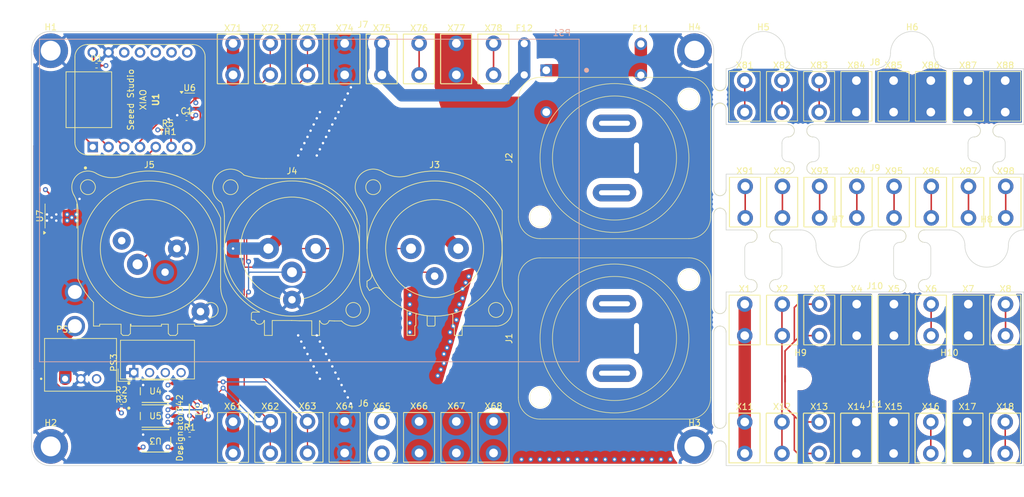
<source format=kicad_pcb>
(kicad_pcb (version 20240108) (generator "pcbnew") (generator_version "8.0")
  (title_block (comment 4 "AISLER Project ID: JFZEHCMX"))
  (layers (0 "F.Cu" signal) (1 "In1.Cu" signal) (2 "In2.Cu" signal) (31 "B.Cu" signal) (34 "B.Paste" user) (35 "F.Paste" user) (36 "B.SilkS" user "B.Silkscreen") (37 "F.SilkS" user "F.Silkscreen") (38 "B.Mask" user) (39 "F.Mask" user) (44 "Edge.Cuts" user))
  (net 0 "")
  (net 1 "5V")
  (net 2 "GND")
  (net 3 "GND_Iso")
  (net 4 "VCC_Iso")
  (net 5 "LED_DATA_50")
  (net 6 "L-switched")
  (net 7 "3V3")
  (net 8 "DMX_RX")
  (net 9 "DMX_TX")
  (net 10 "LED_DATA_33")
  (net 11 "Net-(D1-K)")
  (net 12 "L")
  (net 13 "N")
  (net 14 "12V")
  (net 15 "N-switched")
  (net 16 "DMX-")
  (net 17 "DMX+")
  (net 18 "DMX_DRIVE")
  (net 19 "Net-(U4-CAT)")
  (net 20 "N-Connection-Termination")
  (net 21 "L-Connection-Termination")
  (net 22 "N-Connection-Bridge")
  (net 23 "L-Connection-Bridge")
  (net 24 "GND-Connection-Bridge")
  (net 25 "GND-Connection-In-Termination")
  (net 26 "GND-Connection-Out-Termination")
  (net 27 "LED-Current-Sensor")
  (net 28 "Temperature Sensor")
  (net 29 "L-Fused")
  (net 30 "Net-(U3-CAT)")
  (net 31 "Net-(U2-R)")
  (net 32 "Net-(U5-AN)")
  (net 38 "Net-(U2-DE)")
  (net 39 "Net-(U2-D)")
  (net 41 "unconnected-(X81-Pad1)_1")
  (net 42 "unconnected-(X82-Pad1)_1")
  (net 43 "unconnected-(X83-Pad1)_1")
  (net 44 "LED-GND")
  (net 45 "unconnected-(X16-Pad1)_1")
  (net 46 "unconnected-(X18-Pad1)")
  (net 47 "unconnected-(X76-Pad1)_1")
  (net 48 "unconnected-(X78-Pad1)_1")
  (net 49 "unconnected-(X91-Pad1)_1")
  (net 50 "unconnected-(X92-Pad1)_1")
  (net 51 "unconnected-(X93-Pad1)_1")
  (net 52 "unconnected-(X95-Pad1)")
  (net 53 "unconnected-(X96-Pad1)_1")
  (net 54 "unconnected-(X97-Pad1)_1")
  (net 55 "unconnected-(X98-Pad1)")
  (net 56 "Net-(X1-Pad1)")
  (net 57 "Net-(X12-Pad1)")
  (net 58 "Net-(X13-Pad1)")
  (net 59 "unconnected-(X6-Pad1)_1")
  (net 60 "unconnected-(X8-Pad1)_1")
  (footprint "Custom_Connector_Faston:Faston_01x01_pin" (layer "F.Cu") (at 170 120.5)
    (property "Reference" "X11")
    (property "Value" "1217861-1" (hide yes))
  )
  (footprint "Custom_Connector_Faston:Faston_01x01_pin" (layer "F.Cu") (at 212 120.5)
    (property "Reference" "X18")
    (property "Value" "1217861-1" (hide yes))
  )
  (footprint "Custom_Connector_Faston:Faston_01x01_socket" (layer "F.Cu") (at 99.5 120.42)
    (property "Reference" "X63")
    (property "Value" "63994-1" (hide yes))
  )
  (footprint "Panelization:mouse-bite-2mm-slot" (layer "F.Cu") (at 166 82.46 90)
    (property "Reference" "H15" (hide yes))
    (property "Value" "MountingHole" (hide yes))
  )
  (footprint "Connector_Audio:Jack_XLR_Neutrik_NC3MAV_Vertical" (layer "F.Cu") (at 93.19 90)
    (property "Reference" "J4")
    (property "Value" "NC3MAV")
  )
  (footprint "Custom_Connector_Faston:Faston_01x01_pin" (layer "F.Cu") (at 205.9 120.5)
    (property "Reference" "X17")
    (property "Value" "1217861-1" (hide yes))
  )
  (footprint "Package_SO:SOIC-8_3.9x4.9mm_P1.27mm" (layer "F.Cu") (at 59.75 84.75 90)
    (property "Reference" "U7")
    (property "Value" "NSM2012")
  )
  (footprint "Custom_Connector_Faston:Faston_01x01_pin" (layer "F.Cu") (at 188.075 82.515)
    (property "Reference" "X94")
    (property "Value" "1217861-1" (hide yes))
  )
  (footprint "Custom_Connector_Faston:Faston_01x01_pin" (layer "F.Cu") (at 188.05 101.5)
    (property "Reference" "X4")
    (property "Value" "1217861-1" (hide yes))
  )
  (footprint "Custom_Connector_Faston:Faston_01x08_pin" (layer "F.Cu") (at 190.925 120.585)
    (property "Reference" "J11")
    (property "Value" "~")
  )
  (footprint "Custom_Connector_Faston:Faston_01x01_pin" (layer "F.Cu") (at 212.05 101.5)
    (property "Reference" "X8")
    (property "Value" "1217861-1" (hide yes))
  )
  (footprint "Custom_Connector_Faston:Faston_01x01_pin" (layer "F.Cu") (at 206 65.46)
    (property "Reference" "X87")
    (property "Value" "1217861-1" (hide yes))
  )
  (footprint "MountingHole:MountingHole_3.2mm_M3_DIN965_Pad" (layer "F.Cu") (at 58.1 58.1)
    (property "Reference" "H1")
    (property "Value" "MountingHole_Pad")
  )
  (footprint "Custom_Connector_Faston:Faston_01x01_pin" (layer "F.Cu") (at 206.075 82.515)
    (property "Reference" "X97")
    (property "Value" "1217861-1" (hide yes))
  )
  (footprint "Custom_Connector_Faston:Faston_01x01_pin" (layer "F.Cu") (at 176 65.46)
    (property "Reference" "X82")
    (property "Value" "1217861-1" (hide yes))
  )
  (footprint "Custom_Connector_Faston:Faston_01x01_socket" (layer "F.Cu") (at 117.5 59.46)
    (property "Reference" "X76")
    (property "Value" "63994-1" (hide yes))
  )
  (footprint "Connector_Audio:Jack_XLR_Neutrik_NC4FAV_Vertical" (layer "F.Cu") (at 78.45 90)
    (property "Reference" "J5")
    (property "Value" "NC4FAV")
  )
  (footprint "Custom_Connector_Faston:Faston_01x01_pin" (layer "F.Cu") (at 194 120.5)
    (property "Reference" "X15")
    (property "Value" "1217861-1" (hide yes))
  )
  (footprint "Custom_Connector_Faston:Faston_01x01_pin" (layer "F.Cu") (at 212.075 82.515)
    (property "Reference" "X98")
    (property "Value" "1217861-1" (hide yes))
  )
  (footprint "Custom_TI:DGS0010A_N" (layer "F.Cu") (at 82 116 90)
    (property "Reference" "U2")
    (property "Value" "THVD1512DGS")
  )
  (footprint "Custom_Connector_Faston:Faston_01x01_socket" (layer "F.Cu") (at 93.5 120.46)
    (property "Reference" "X62")
    (property "Value" "63994-1" (hide yes))
  )
  (footprint "Custom_Connector_Faston:Faston_01x01_socket" (layer "F.Cu") (at 111.5 59.46)
    (property "Reference" "X75")
    (property "Value" "63994-1" (hide yes))
  )
  (footprint "Custom_Connector_Faston:Faston_01x08_pin" (layer "F.Cu") (at 191 65.46)
    (property "Reference" "J8")
    (property "Value" "~")
  )
  (footprint "Custom_Connector_Faston:Faston_01x01_pin" (layer "F.Cu") (at 212 65.46)
    (property "Reference" "X88")
    (property "Value" "1217861-1" (hide yes))
  )
  (footprint "MountingHole:MountingHole_3.2mm_M3" (layer "F.Cu") (at 203 111)
    (property "Reference" "H10")
    (property "Value" "MountingHole")
  )
  (footprint "Custom_Connector_Faston:Faston_01x01_pin" (layer "F.Cu") (at 200.05 101.5)
    (property "Reference" "X6")
    (property "Value" "1217861-1" (hide yes))
  )
  (footprint "Package_TO_SOT_SMD:SOT-23-5" (layer "F.Cu") (at 80.5 66.5)
    (property "Reference" "U6")
    (property "Value" "SN74LV1T34DBV")
  )
  (footprint "Panelization:mouse-bite-2mm-slot" (layer "F.Cu") (at 209 77)
    (property "Reference" "H20" (hide yes))
    (property "Value" "MountingHole" (hide yes))
  )
  (footprint "Custom_Connector_Faston:Faston_01x08_pin" (layer "F.Cu") (at 191 82.5)
    (property "Reference" "J9")
    (property "Value" "~")
  )
  (footprint "Custom_Connector_Faston:Faston_01x01_socket" (layer "F.Cu") (at 123.5 59.46)
    (property "Reference" "X77")
    (property "Value" "63994-1" (hide yes))
  )
  (footprint "MountingHole:MountingHole_3.2mm_M3" (layer "F.Cu") (at 197 58.5)
    (property "Reference" "H6")
    (property "Value" "MountingHole")
  )
  (footprint "Custom_Connector_Faston:Faston_01x01_pin" (layer "F.Cu") (at 188 65.46)
    (property "Reference" "X84")
    (property "Value" "1217861-1" (hide yes))
  )
  (footprint "Custom_Connector_Faston:Faston_01x01_pin" (layer "F.Cu") (at 206.05 101.5)
    (property "Reference" "X7")
    (property "Value" "1217861-1" (hide yes))
  )
  (footprint "Custom_Connector_Faston:Faston_01x01_pin" (layer "F.Cu") (at 194.05 101.5)
    (property "Reference" "X5")
    (property "Value" "1217861-1" (hide yes))
  )
  (footprint "Resistor_SMD:R_0402_1005Metric" (layer "F.Cu") (at 76.99 71)
    (property "Reference" "R5")
    (property "Value" "10kR")
  )
  (footprint "Custom_Connector_Faston:Faston_01x08_socket" (layer "F.Cu") (at 108 120.46)
    (property "Reference" "J6")
    (property "Value" "~")
  )
  (footprint "Custom_Connector_Faston:Faston_01x01_socket" (layer "F.Cu") (at 105.5 59.46)
    (property "Reference" "X74")
    (property "Value" "63994-1" (hide yes))
  )
  (footprint "Resistor_SMD:R_0402_1005Metric" (layer "F.Cu") (at 80.5 120)
    (property "Reference" "R1")
    (property "Value" "330R")
  )
  (footprint "MountingHole:MountingHole_3.2mm_M3" (layer "F.Cu") (at 209 89.5)
    (property "Reference" "H8")
    (property "Value" "MountingHole")
  )
  (footprint "Custom_Connector_Faston:Faston_01x01_socket" (layer "F.Cu") (at 123.5 120.42)
    (property "Reference" "X67")
    (property "Value" "63994-1" (hide yes))
  )
  (footprint "Custom_Connector_Faston:Faston_01x01_pin" (layer "F.Cu") (at 194 65.46)
    (property "Reference" "X85")
    (property "Value" "1217861-1" (hide yes))
  )
  (footprint "Resistor_SMD:R_0402_1005Metric" (layer "F.Cu") (at 65.49 60.5)
    (property "Reference" "D1")
    (property "Value" "D")
  )
  (footprint "Custom_Recom:CONV_R-78E5.0-0.5" (layer "F.Cu") (at 62.96 108.75)
    (property "Reference" "PS2")
    (property "Value" "R-78E5.0-0.5")
  )
  (footprint "Panelization:mouse-bite-2mm-slot" (layer "F.Cu") (at 173 96)
    (property "Reference" "H17" (hide yes))
    (property "Value" "MountingHole" (hide yes))
  )
  (footprint "Custom_Connector_Faston:Faston_01x08_pin" (layer "F.Cu") (at 190.975 101.535)
    (property "Reference" "J10")
    (property "Value" "~")
  )
  (footprint "Custom_Connector_Faston:Faston_01x01_socket" (layer "F.Cu") (at 99.5 59.46)
    (property "Reference" "X73")
    (property "Value" "63994-1" (hide yes))
  )
  (footprint "MountingHole:MountingHole_3.2mm_M3_DIN965_Pad" (layer "F.Cu") (at 58.1 121.9)
    (property "Reference" "H2")
    (property "Value" "MountingHole_Pad")
  )
  (footprint "Panelization:mouse-bite-2mm-slot" (layer "F.Cu") (at 209 71)
    (property "Reference" "H19" (hide yes))
    (property "Value" "MountingHole" (hide yes))
  )
  (footprint "Capacitor_SMD:C_0402_1005Metric_Pad0.74x0.62mm_HandSolder" (layer "F.Cu") (at 80 69)
    (property "Reference" "C1")
    (property "Value" "100nF")
  )
  (footprint "Custom_Connector_Faston:Faston_01x01_pin" (layer "F.Cu") (at 182 65.46)
    (property "Reference" "X83")
    (property "Value" "1217861-1" (hide yes))
  )
  (footprint "Custom_Connector_Faston:Faston_01x01_pin" (layer "F.Cu") (at 200.075 82.515)
    (property "Reference" "X96")
    (property "Value" "1217861-1" (hide yes))
  )
  (footprint "Resistor_SMD:R_0402_1005Metric" (layer "F.Cu") (at 77 70 180)
    (property "Reference" "TH1")
    (property "Value" "Thermistor_PTC")
  )
  (footprint "Panelization:mouse-bite-2mm-slot" (layer "F.Cu") (at 179 71)
    (property "Reference" "H21" (hide yes))
    (property "Value" "MountingHole" (hide yes))
  )
  (footprint "Custom_Connector_Faston:Faston_01x01_pin" (layer "F.Cu") (at 182.075 82.515)
    (property "Reference" "X93")
    (property "Value" "1217861-1" (hide yes))
  )
  (footprint "Custom_Neutrik:NAC3MPXXA" (layer "F.Cu") (at 149 104.5 90)
    (property "Reference" "J1")
    (property "Value" "NAC3MPXXA")
  )
  (footprint "Custom_Connector_Faston:Faston_01x01_socket" (layer "F.Cu") (at 93.5 59.46)
    (property "Reference" "X72")
    (property "Value" "63994-1" (hide yes))
  )
  (footprint "Custom_Connector_Faston:Faston_01x01_pin" (layer "F.Cu") (at 200 120.5)
    (property "Reference" "X16")
    (property "Value" "1217861-1" (hide yes))
  )
  (footprint "Custom_TI:ISOM8710" (layer "F.Cu") (at 75 121 180)
    (property "Reference" "U3")
    (property "Value" "ISOM8710DFFR")
  )
  (footprint "Custom_Connector_Faston:Faston_01x01_socket" (layer "F.Cu") (at 129.5 59.46)
    (property "Reference" "X78")
    (property "Value" "63994-1" (hide yes))
  )
  (footprint "MountingHole:MountingHole_3.2mm_M3_DIN965_Pad" (layer "F.Cu") (at 161.9 58.1)
    (property "Reference" "H4")
    (property "Value" "MountingHole_Pad")
  )
  (footprint "Converter_DCDC:Converter_DCDC_TRACO_TEA1-xxxx_THT" (layer "F.Cu") (at 71.5 110 90)
    (property "Reference" "PS3")
    (property "Value" "TEA1-0505")
  )
  (footprint "Resistor_SMD:R_0402_1005Metric" (layer "F.Cu") (at 69.5 114)
    (property "Reference" "R2")
    (property "Value" "169R")
  )
  (footprint "Custom_Littlefuse:fuseholder_111_501_Part2" (layer "F.Cu") (at 134.45 59.475)
    (property "Reference" "F12")
    (property "Value" "01110501Z" (hide yes))
  )
  (footprint "Panelization:mouse-bite-2mm-slot" (layer "F.Cu") (at 197 88)
    (property "Reference" "H11" (hide yes))
    (property "Value" "MountingHole" (hide yes))
  )
  (footprint "Panelization:mouse-bite-2mm-slot" (layer "F.Cu") (at 166 65.58 90)
    (property "Reference" "H14" (hide yes))
    (property "Value" "MountingHole" (hide yes))
  )
  (footprint "Custom_Connector_Faston:Faston_01x01_pin" (layer "F.Cu") (at 176.05 101.5)
    (property "Reference" "X2")
    (property "Value" "1217861-1" (hide yes))
  )
  (footprint "Custom_Connector_Faston:Faston_01x01_pin" (layer "F.Cu") (at 182.05 101.5)
    (property "Reference" "X3")
    (property "Value" "1217861-1" (hide yes))
  )
  (footprint "Custom_Littlefuse:fuseholder_111_501_Part1" (layer "F.Cu") (at 153.25 59.525)
    (property "Reference" "F11")
    (property "Value" "01110501Z" (hide yes))
  )
  (footprint "Custom_TI:ISOM8710" (layer "F.Cu") (at 75 117)
    (property "Reference" "U5")
    (property "Value" "ISOM8710DFFR")
  )
  (footprint "Resistor_SMD:R_0402_1005Metric" (layer "F.Cu") (at 69.5 115.5)
    (property "Reference" "R3")
    (property "Value" "169R")
  )
  (footprint "MountingHole:MountingHole_3.2mm_M3" (layer "F.Cu") (at 179 111)
    (property "Reference" "H9")
    (property "Value" "MountingHole")
  )
  (footprint "Custom_Connector_Faston:Faston_01x01_socket" (layer "F.Cu") (at 87.5 120.46)
    (property "Reference" "X61")
    (property "Value" "63994-1" (hide yes))
  )
  (footprint "Custom_Connector_Faston:Faston_01x01_pin" (layer "F.Cu") (at 188 120.5)
    (property "Reference" "X14")
    (property "Value" "1217861-1" (hide yes))
  )
  (footprint "MountingHole:MountingHole_3.2mm_M3_DIN965_Pad" (layer "F.Cu") (at 161.9 121.9)
    (property "Reference" "H3")
    (property "Value" "MountingHole_Pad")
  )
  (footprint "Panelization:mouse-bite-2mm-slot" (layer "F.Cu") (at 166 101.5 90)
    (property "Reference" "H13" (hide yes))
    (property "Value" "MountingHole" (hide yes))
  )
  (footprint "Custom_Connector_Faston:Faston_01x01_pin" (layer "F.Cu") (at 170 65.46)
    (property "Reference" "X81")
    (property "Value" "1217861-1" (hide yes))
  )
  (footprint "Panelization:mouse-bite-2mm-slot" (layer "F.Cu") (at 179 77)
    (property "Reference" "H22" (hide yes))
    (property "Value" "MountingHole" (hide yes))
  )
  (footprint "Custom_Connector_Faston:Faston_01x01_pin" (layer "F.Cu") (at 176 120.5)
    (property "Reference" "X12")
    (property "Value" "1217861-1" (hide yes))
  )
  (footprint "Custom_Connector_Faston:Faston_01x01_pin" (layer "F.Cu") (at 200 65.46)
    (property "Reference" "X86")
    (property "Value" "1217861-1" (hide yes))
  )
  (footprint "Custom_Connector_Faston:Faston_01x01_socket" (layer "F.Cu") (at 129.5 120.42)
    (property "Reference" "X68")
    (property "Value" "63994-1" (hide yes))
  )
  (footprint "Custom_Connector_Faston:Faston_01x01_pin" (layer "F.Cu") (at 182 120.5)
    (property "Reference" "X13")
    (property "Value" "1217861-1" (hide yes))
  )
  (footprint "Connector_Audio:Jack_XLR_Neutrik_NC3FAV_Vertical" (layer "F.Cu") (at 123.81 90)
    (property "Reference" "J3")
    (property "Value" "NC3FAV")
  )
  (footprint "Custom_Connector_Faston:Faston_01x01_pin" (layer "F.Cu") (at 170.075 82.515)
    (property "Reference" "X91")
    (property "Value" "1217861-1" (hide yes))
  )
  (footprint "Custom_Connector_Faston:Faston_01x01_socket" (layer "F.Cu") (at 105.5 120.42)
    (property "Reference" "X64")
    (property "Value" "63994-1" (hide yes))
  )
  (footprint "Custom_Connector_Faston:Faston_01x01_socket" (layer "F.Cu") (at 87.5 59.46)
    (property "Reference" "X71")
    (property "Value" "63994-1" (hide yes))
  )
  (footprint "Custom_Connector_Faston:Faston_01x01_pin" (layer "F.Cu") (at 176.075 82.515)
    (property "Reference" "X92")
    (property "Value" "1217861-1" (hide yes))
  )
  (footprint "Panelization:mouse-bite-2mm-slot" (layer "F.Cu") (at 173 88)
    (property "Reference" "H16" (hide yes))
    (property "Value" "MountingHole" (hide yes))
  )
  (footprint "Panelization:mouse-bite-2mm-slot" (layer "F.Cu") (at 197 96)
    (property "Reference" "H12" (hide yes))
    (property "Value" "MountingHole" (hide yes))
  )
  (footprint "Custom_Neutrik:NAC3MPXXB" (layer "F.Cu") (at 149 75.4 90)
    (property "Reference" "J2")
    (property "Value" "NAC3MPXXB")
  )
  (footprint "MountingHole:MountingHole_3.2mm_M3" (layer "F.Cu") (at 185 89.5)
    (property "Reference" "H7")
    (property "Value" "MountingHole")
  )
  (footprint "Custom_Connector_Faston:Faston_01x08_socket" (layer "F.Cu") (at 107.925 59.395)
    (property "Reference" "J7")
    (property "Value" "~")
  )
  (footprint "Custom_Connector_Faston:Faston_01x01_pin" (layer "F.Cu") (at 170 101.5)
    (property "Reference" "X1")
    (property "Value" "1217861-1" (hide yes))
  )
  (footprint "Panelization:mouse-bite-2mm-slot" (layer "F.Cu") (at 166 120 90)
    (property "Reference" "H18" (hide yes))
    (property "Value" "MountingHole" (hide yes))
  )
  (footprint "Custom_Connector_Faston:Faston_01x01_socket" (layer "F.Cu") (at 111.5 120.46)
    (property "Reference" "X65")
    (property "Value" "63994-1" (hide yes))
  )
  (footprint "Custom_Connector_Faston:Faston_01x01_socket" (layer "F.Cu") (at 117.5 120.42)
    (property "Reference" "X66")
    (property "Value" "63994-1" (hide yes))
  )
  (footprint "Seeed Studio XIAO Series Library:XIAO-Generic-Thruhole-14P-2.54-21X17.8MM" (layer "F.Cu") (at 72.5 66 90)
    (property "Reference" "U1")
    (property "Value" "XIAO ESP32 C3" (hide yes))
  )
  (footprint "Custom_Connector_Faston:Faston_01x01_pin" (layer "F.Cu") (at 194.075 82.515)
    (property "Reference" "X95")
    (property "Value" "1217861-1" (hide yes))
  )
  (footprint "MountingHole:MountingHole_3.2mm_M3" (layer "F.Cu") (at 173 58.5)
    (property "Reference" "H5")
    (property "Value" "MountingHole")
  )
  (footprint "Custom_TI:ISOM8710" (layer "F.Cu") (at 75 113)
    (property "Reference" "U4")
    (property "Value" "ISOM8710DFFR")
  )
  (footprint "Custom_Meanwell:CONV_IRM-45-12" (layer "B.Cu") (at 99.8 82.25 180)
    (property "Reference" "PS1")
    (property "Value" "IRM-45-12")
  )
  (gr_line (start 215 125) (end 167 125) (stroke (width 0.1)) (layer "Edge.Cuts"))
  (gr_line (start 167 87) (end 171 87) (stroke (width 0.1)) (layer "Edge.Cuts"))
  (gr_line (start 215 61) (end 215 70) (stroke (width 0.1)) (layer "Edge.Cuts"))
  (gr_line (start 167 125) (end 167 122) (stroke (width 0.1)) (layer "Edge.Cuts"))
  (gr_arc (start 211 78) (mid 210 77) (end 211 76) (stroke (width 0.1)) (layer "Edge.Cuts"))
  (gr_arc (start 171 87) (mid 172 88) (end 171 89) (stroke (width 0.1)) (layer "Edge.Cuts"))
  (gr_line (start 207 70) (end 181 70) (stroke (width 0.1)) (layer "Edge.Cuts"))
  (gr_arc (start 171 95) (mid 172 96) (end 171 97) (stroke (width 0.1)) (layer "Edge.Cuts"))
  (gr_line (start 55 58) (end 55 122) (stroke (width 0.1)) (layer "Edge.Cuts"))
  (gr_arc (start 167 80.5) (mid 166 81.5) (end 165 80.5) (stroke (width 0.1)) (layer "Edge.Cuts"))
  (gr_arc (start 181 72) (mid 181.707107 72.292893) (end 182 73) (stroke (width 0.1)) (layer "Edge.Cuts"))
  (gr_line (start 176 73) (end 176 75) (stroke (width 0.1)) (layer "Edge.Cuts"))
  (gr_arc (start 195 95) (mid 196 96) (end 195 97) (stroke (width 0.1)) (layer "Edge.Cuts"))
  (gr_arc (start 176 94) (mid 175.707107 94.707107) (end 175 95) (stroke (width 0.1)) (layer "Edge.Cuts"))
  (gr_arc (start 188.5 89.5) (mid 189.232233 87.732233) (end 191 87) (stroke (width 0.1)) (layer "Edge.Cuts"))
  (gr_line (start 199 97) (end 215 97) (stroke (width 0.1)) (layer "Edge.Cuts"))
  (gr_line (start 165 118) (end 165 103.5) (stroke (width 0.1)) (layer "Edge.Cuts"))
  (gr_arc (start 177 76) (mid 176.292893 75.707107) (end 176 75) (stroke (width 0.1)) (layer "Edge.Cuts"))
  (gr_arc (start 207 70) (mid 208 71) (end 207 72) (stroke (width 0.1)) (layer "Edge.Cuts"))
  (gr_arc (start 175 89) (mid 175.707107 89.292893) (end 176 90) (stroke (width 0.1)) (layer "Edge.Cuts"))
  (gr_arc (start 212 75) (mid 211.707107 75.707107) (end 211 76) (stroke (width 0.1)) (layer "Edge.Cuts"))
  (gr_line (start 167 70) (end 167 67.5) (stroke (width 0.1)) (layer "Edge.Cuts"))
  (gr_arc (start 55 58) (mid 55.87868 55.87868) (end 58 55) (stroke (width 0.1)) (layer "Edge.Cuts"))
  (gr_arc (start 175 89) (mid 174 88) (end 175 87) (stroke (width 0.1)) (layer "Edge.Cuts"))
  (gr_line (start 167 63.5) (end 167 61) (stroke (width 0.1)) (layer "Edge.Cuts"))
  (gr_line (start 177 70) (end 167 70) (stroke (width 0.1)) (layer "Edge.Cuts"))
  (gr_arc (start 200 94) (mid 199.707107 94.707107) (end 199 95) (stroke (width 0.1)) (layer "Edge.Cuts"))
  (gr_arc (start 199 97) (mid 198 96) (end 199 95) (stroke (width 0.1)) (layer "Edge.Cuts"))
  (gr_arc (start 203 87) (mid 204.767767 87.732233) (end 205.5 89.5) (stroke (width 0.1)) (layer "Edge.Cuts"))
  (gr_line (start 58 125) (end 162 125) (stroke (width 0.1)) (layer "Edge.Cuts"))
  (gr_arc (start 167 118) (mid 166 119) (end 165 118) (stroke (width 0.1)) (layer "Edge.Cuts"))
  (gr_line (start 215 70) (end 211 70) (stroke (width 0.1)) (layer "Edge.Cuts"))
  (gr_arc (start 169.5 58.5) (mid 173 55) (end 176.5 58.5) (stroke (width 0.1)) (layer "Edge.Cuts"))
  (gr_arc (start 188.5 89.5) (mid 185 93) (end 181.5 89.5) (stroke (width 0.1)) (layer "Edge.Cuts"))
  (gr_arc (start 193.5 58.5) (mid 192.767767 60.267767) (end 191 61) (stroke (width 0.1)) (layer "Edge.Cuts"))
  (gr_arc (start 171 95) (mid 170.292893 94.707107) (end 170 94) (stroke (width 0.1)) (layer "Edge.Cuts"))
  (gr_arc (start 165 67.5) (mid 166 66.5) (end 167 67.5) (stroke (width 0.1)) (layer "Edge.Cuts"))
  (gr_line (start 215 87) (end 215 78) (stroke (width 0.1)) (layer "Edge.Cuts"))
  (gr_line (start 167 78) (end 167 80.5) (stroke (width 0.1)) (layer "Edge.Cuts"))
  (gr_arc (start 165 103.5) (mid 166 102.5) (end 167 103.5) (stroke (width 0.1)) (layer "Edge.Cuts"))
  (gr_arc (start 203 61) (mid 201.232233 60.267767) (end 200.5 58.5) (stroke (width 0.1)) (layer "Edge.Cuts"))
  (gr_arc (start 182 75) (mid 181.707107 75.707107) (end 181 76) (stroke (width 0.1)) (layer "Edge.Cuts"))
  (gr_arc (start 195 87) (mid 196 88) (end 195 89) (stroke (width 0.1)) (layer "Edge.Cuts"))
  (gr_arc (start 177 76) (mid 178 77) (end 177 78) (stroke (width 0.1)) (layer "Edge.Cuts"))
  (gr_line (start 175 87) (end 179 87) (stroke (width 0.1)) (layer "Edge.Cuts"))
  (gr_arc (start 162 55) (mid 164.12132 55.87868) (end 165 58) (stroke (width 0.1)) (layer "Edge.Cuts"))
  (gr_line (start 165 99.5) (end 165 84.5) (stroke (width 0.1)) (layer "Edge.Cuts"))
  (gr_arc (start 211 72) (mid 211.707107 72.292893) (end 212 73) (stroke (width 0.1)) (layer "Edge.Cuts"))
  (gr_line (start 167 99.5) (end 167 97) (stroke (width 0.1)) (layer "Edge.Cuts"))
  (gr_line (start 162 55) (end 58 55) (stroke (width 0.1)) (layer "Edge.Cuts"))
  (gr_line (start 176 90) (end 176 94) (stroke (width 0.1)) (layer "Edge.Cuts"))
  (gr_arc (start 199 89) (mid 198 88) (end 199 87) (stroke (width 0.1)) (layer "Edge.Cuts"))
  (gr_arc (start 165 84.5) (mid 166 83.5) (end 167 84.5) (stroke (width 0.1)) (layer "Edge.Cuts"))
  (gr_line (start 212 73) (end 212 75) (stroke (width 0.1)) (layer "Edge.Cuts"))
  (gr_arc (start 181 78) (mid 180 77) (end 181 76) (stroke (width 0.1)) (layer "Edge.Cuts"))
  (gr_line (start 203 87) (end 199 87) (stroke (width 0.1)) (layer "Edge.Cuts"))
  (gr_line (start 175 97) (end 195 97) (stroke (width 0.1)) (layer "Edge.Cuts"))
  (gr_line (start 165 80.5) (end 165 67.5) (stroke (width 0.1)) (layer "Edge.Cuts"))
  (gr_line (start 167 84.5) (end 167 87) (stroke (width 0.1)) (layer "Edge.Cuts"))
  (gr_arc (start 165 122) (mid 164.12132 124.12132) (end 162 125) (stroke (width 0.1)) (layer "Edge.Cuts"))
  (gr_line (start 215 78) (end 211 78) (stroke (width 0.1)) (layer "Edge.Cuts"))
  (gr_arc (start 165 122) (mid 166 121) (end 167 122) (stroke (width 0.1)) (layer "Edge.Cuts"))
  (gr_arc (start 194 90) (mid 194.292893 89.292893) (end 195 89) (stroke (width 0.1)) (layer "Edge.Cuts"))
  (gr_line (start 207 78) (end 181 78) (stroke (width 0.1)) (layer "Edge.Cuts"))
  (gr_arc (start 177 70) (mid 178 71) (end 177 72) (stroke (width 0.1)) (layer "Edge.Cuts"))
  (gr_line (start 194 90) (end 194 94) (stroke (width 0.1)) (layer "Edge.Cuts"))
  (gr_line (start 215 97) (end 215 125) (stroke (width 0.1)) (layer "Edge.Cuts"))
  (gr_line (start 182 73) (end 182 75) (stroke (width 0.1)) (layer "Edge.Cuts"))
  (gr_arc (start 206 73) (mid 206.292893 72.292893) (end 207 72) (stroke (width 0.1)) (layer "Edge.Cuts"))
  (gr_line (start 179 61) (end 191 61) (stroke (width 0.1)) (layer "Edge.Cuts"))
  (gr_arc (start 195 95) (mid 194.292893 94.707107) (end 194 94) (stroke (width 0.1)) (layer "Edge.Cuts"))
  (gr_arc (start 193.5 58.5) (mid 197 55) (end 200.5 58.5) (stroke (width 0.1)) (layer "Edge.Cuts"))
  (gr_arc (start 169.5 58.5) (mid 168.767767 60.267767) (end 167 61) (stroke (width 0.1)) (layer "Edge.Cuts"))
  (gr_line (start 165 63.5) (end 165 58) (stroke (width 0.1)) (layer "Edge.Cuts"))
  (gr_line (start 167 97) (end 171 97) (stroke (width 0.1)) (layer "Edge.Cuts"))
  (gr_arc (start 58 125) (mid 55.87868 124.12132) (end 55 122) (stroke (width 0.1)) (layer "Edge.Cuts"))
  (gr_arc (start 179 87) (mid 180.767767 87.732233) (end 181.5 89.5) (stroke (width 0.1)) (layer "Edge.Cuts"))
  (gr_line (start 170 90) (end 170 94) (stroke (width 0.1)) (layer "Edge.Cuts"))
  (gr_arc (start 167 99.5) (mid 166 100.5) (end 165 99.5) (stroke (width 0.1)) (layer "Edge.Cuts"))
  (gr_arc (start 207 76) (mid 208 77) (end 207 78) (stroke (width 0.1)) (layer "Edge.Cuts"))
  (gr_arc (start 167 63.5) (mid 166 64.5) (end 165 63.5) (stroke (width 0.1)) (layer "Edge.Cuts"))
  (gr_arc (start 212.5 89.5) (mid 213.232233 87.732233) (end 215 87) (stroke (width 0.1)) (layer "Edge.Cuts"))
  (gr_arc (start 176 73) (mid 176.292893 72.292893) (end 177 72) (stroke (width 0.1)) (layer "Edge.Cuts"))
  (gr_arc (start 181 72) (mid 180 71) (end 181 70) (stroke (width 0.1)) (layer "Edge.Cuts"))
  (gr_line (start 206 73) (end 206 75) (stroke (width 0.1)) (layer "Edge.Cuts"))
  (gr_line (start 200 90) (end 200 94) (stroke (width 0.1)) (layer "Edge.Cuts"))
  (gr_line (start 195 87) (end 191 87) (stroke (width 0.1)) (layer "Edge.Cuts"))
  (gr_arc (start 199 89) (mid 199.707107 89.292893) (end 200 90) (stroke (width 0.1)) (layer "Edge.Cuts"))
  (gr_arc (start 207 76) (mid 206.292893 75.707107) (end 206 75) (stroke (width 0.1)) (layer "Edge.Cuts"))
  (gr_arc (start 170 90) (mid 170.292893 89.292893) (end 171 89) (stroke (width 0.1)) (layer "Edge.Cuts"))
  (gr_line (start 203 61) (end 215 61) (stroke (width 0.1)) (layer "Edge.Cuts"))
  (gr_arc (start 211 72) (mid 210 71) (end 211 70) (stroke (width 0.1)) (layer "Edge.Cuts"))
  (gr_line (start 167 118) (end 167 103.5) (stroke (width 0.1)) (layer "Edge.Cuts"))
  (gr_arc (start 179 61) (mid 177.232233 60.267767) (end 176.5 58.5) (stroke (width 0.1)) (layer "Edge.Cuts"))
  (gr_arc (start 212.5 89.5) (mid 209 93) (end 205.5 89.5) (stroke (width 0.1)) (layer "Edge.Cuts"))
  (gr_line (start 177 78) (end 167 78) (stroke (width 0.1)) (layer "Edge.Cuts"))
  (gr_arc (start 175 97) (mid 174 96) (end 175 95) (stroke (width 0.1)) (layer "Edge.Cuts"))
  (segment (start 81.5 65.6875) (end 81.6375 65.55) (width 0.25) (layer "F.Cu") (net 1))
  (segment (start 75.362299 70.862299) (end 76.342299 70.862299) (width 0.25) (layer "F.Cu") (net 1))
  (segment (start 57.845 81.095) (end 57.25 80.5) (width 0.25) (layer "F.Cu") (net 1))
  (segment (start 80.48 69) (end 81 69) (width 0.25) (layer "F.Cu") (net 1))
  (segment (start 80.48 69) (end 80.48 66.7075) (width 0.25) (layer "F.Cu") (net 1))
  (segment (start 81.5 66.5) (end 81.5 65.6875) (width 0.25) (layer "F.Cu") (net 1))
  (segment (start 66 60.5) (end 67 60.5) (width 0.25) (layer "F.Cu") (net 1))
  (segment (start 81 69) (end 81.5 68.5) (width 0.25) (layer "F.Cu") (net 1))
  (segment (start 80.48 66.7075) (end 81.6375 65.55) (width 0.25) (layer "F.Cu") (net 1))
  (segment (start 76.342299 70.862299) (end 76.48 71) (width 0.25) (layer "F.Cu") (net 1))
  (segment (start 57.845 82.275) (end 57.845 81.095) (width 0.25) (layer "F.Cu") (net 1))
  (via (at 75.362299 70.862299) (size 0.8) (drill 0.4) (layers "F.Cu" "B.Cu") (net 1))
  (via (at 67 60.5) (size 0.8) (drill 0.4) (layers "F.Cu" "B.Cu") (net 1))
  (via (at 57.25 80.5) (size 0.8) (drill 0.4) (layers "F.Cu" "B.Cu") (net 1))
  (via (at 81.5 68.5) (size 0.8) (drill 0.4) (layers "F.Cu" "B.Cu") (net 1))
  (via (at 81.5 66.5) (size 0.8) (drill 0.4) (layers "F.Cu" "B.Cu") (net 1))
  (segment (start 72.73 111.73) (end 73 112) (width 0.25) (layer "F.Cu") (net 2))
  (segment (start 79 69) (end 78.5 68.5) (width 0.25) (layer "F.Cu") (net 2))
  (segment (start 71.850001 111.73) (end 72.73 111.73) (width 0.25) (layer "F.Cu") (net 2))
  (segment (start 79.52 69) (end 79 69) (width 0.25) (layer "F.Cu") (net 2))
  (segment (start 60.385 82.275) (end 61.655 82.275) (width 0.25) (layer "F.Cu") (net 2))
  (segment (start 76.65 69.574598) (end 76.65 70) (width 0.25) (layer "F.Cu") (net 2))
  (segment (start 71.850001 119.73) (end 72.73 119.73) (width 0.25) (layer "F.Cu") (net 2))
  (segment (start 61.655 82.275) (end 62.475 82.275) (width 0.25) (layer "F.Cu") (net 2))
  (segment (start 72.73 119.73) (end 73 120) (width 0.25) (layer "F.Cu") (net 2))
  (segment (start 62.475 82.275) (end 62.75 82) (width 0.25) (layer "F.Cu") (net 2))
  (segment (start 77.112299 69.112299) (end 76.65 69.574598) (width 0.25) (layer "F.Cu") (net 2))
  (segment (start 79.52 69) (end 79.52 67.6075) (width 0.25) (layer "F.Cu") (net 2))
  (via (at 102 106) (size 0.8) (drill 0.4) (layers "F.Cu" "B.Cu") (net 2))
  (via (at 100 71) (size 0.8) (drill 0.4) (layers "F.Cu" "B.Cu") (net 2))
  (via (at 106.5 64) (size 0.8) (drill 0.4) (layers "F.Cu" "B.Cu") (net 2))
  (via (at 99.5 107) (size 0.8) (drill 0.4) (layers "F.Cu" "B.Cu") (net 2))
  (via (at 62.75 82) (size 0.8) (drill 0.4) (layers "F.Cu" "B.Cu") (net 2))
  (via (at 104.5 68) (size 0.8) (drill 0.4) (layers "F.Cu" "B.Cu") (net 2))
  (via (at 103.5 70) (size 0.8) (drill 0.4) (layers "F.Cu" "B.Cu") (net 2))
  (via (at 106.5 115) (size 0.8) (drill 0.4) (layers "F.Cu" "B.Cu") (net 2))
  (via (at 73 112) (size 0.8) (drill 0.4) (layers "F.Cu" "B.Cu") (net 2))
  (via (at 106 65) (size 0.8) (drill 0.4) (layers "F.Cu" "B.Cu") (net 2))
  (via (at 98 104) (size 0.8) (drill 0.4) (layers "F.Cu" "B.Cu") (net 2))
  (via (at 100.5 109) (size 0.8) (drill 0.4) (layers "F.Cu" "B.Cu") (net 2))
  (via (at 105 112) (size 0.8) (drill 0.4) (layers "F.Cu" "B.Cu") (net 2))
  (via (at 77.112299 69.112299) (size 0.8) (drill 0.4) (layers "F.Cu" "B.Cu") (net 2))
  (via (at 99 106) (size 0.8) (drill 0.4) (layers "F.Cu" "B.Cu") (net 2))
  (via (at 59 85.5) (size 0.8) (drill 0.4) (layers "F.Cu" "B.Cu") (net 2))
  (via (at 101.5 74) (size 0.8) (drill 0.4) (layers "F.Cu" "B.Cu") (net 2))
  (via (at 59 84.5) (size 0.8) (drill 0.4) (layers "F.Cu" "B.Cu") (net 2))
  (via (at 78.5 68.5) (size 0.8) (drill 0.4) (layers "F.Cu" "B.Cu") (net 2))
  (via (at 103 108) (size 0.8) (drill 0.4) (layers "F.Cu" "B.Cu") (net 2))
  (via (at 98.5 74) (size 0.8) (drill 0.4) (layers "F.Cu" "B.Cu") (net 2))
  (via (at 57.5 84.5) (size 0.8) (drill 0.4) (layers "F.Cu" "B.Cu") (net 2))
  (via (at 57.5 85.5) (size 0.8) (drill 0.4) (layers "F.Cu" "B.Cu") (net 2))
  (via (at 98 75) (size 0.8) (drill 0.4) (layers "F.Cu" "B.Cu") (net 2))
  (via (at 104 69) (size 0.8) (drill 0.4) (layers "F.Cu" "B.Cu") (net 2))
  (via (at 102.5 107) (size 0.8) (drill 0.4) (layers "F.Cu" "B.Cu") (net 2))
  (via (at 100.5 70) (size 0.8) (drill 0.4) (layers "F.Cu" "B.Cu") (net 2))
  (via (at 101 104) (size 0.8) (drill 0.4) (layers "F.Cu" "B.Cu") (net 2))
  (via (at 101.5 105) (size 0.8) (drill 0.4) (layers "F.Cu" "B.Cu") (net 2))
  (via (at 105.5 66) (size 0.8) (drill 0.4) (layers "F.Cu" "B.Cu") (net 2))
  (via (at 101 75) (size 0.8) (drill 0.4) (layers "F.Cu" "B.Cu") (net 2))
  (via (at 104 110) (size 0.8) (drill 0.4) (layers "F.Cu" "B.Cu") (net 2))
  (via (at 101.5 68) (size 0.8) (drill 0.4) (layers "F.Cu" "B.Cu") (net 2))
  (via (at 103.5 109) (size 0.8) (drill 0.4) (layers "F.Cu" "B.Cu") (net 2))
  (via (at 99.5 72) (size 0.8) (drill 0.4) (layers "F.Cu" "B.Cu") (net 2))
  (via (at 101 110) (size 0.8) (drill 0.4) (layers "F.Cu" "B.Cu") (net 2))
  (via (at 104.5 111) (size 0.8) (drill 0.4) (layers "F.Cu" "B.Cu") (net 2))
  (via (at 105 67) (size 0.8) (drill 0.4) (layers "F.Cu" "B.Cu") (net 2))
  (via (at 73 120) (size 0.8) (drill 0.4) (layers "F.Cu" "B.Cu") (net 2))
  (via (at 99 73) (size 0.8) (drill 0.4) (layers "F.Cu" "B.Cu") (net 2))
  (via (at 105.5 113) (size 0.8) (drill 0.4) (layers "F.Cu" "B.Cu") (net 2))
  (via (at 102.5 72) (size 0.8) (drill 0.4) (layers "F.Cu" "B.Cu") (net 2))
  (via (at 103 71) (size 0.8) (drill 0.4) (layers "F.Cu" "B.Cu") (net 2))
  (via (at 101 69) (size 0.8) (drill 0.4) (layers "F.Cu" "B.Cu") (net 2))
  (via (at 106 114) (size 0.8) (drill 0.4) (layers "F.Cu" "B.Cu") (net 2))
  (via (at 100 108) (size 0.8) (drill 0.4) (layers "F.Cu" "B.Cu") (net 2))
  (via (at 102 73) (size 0.8) (drill 0.4) (layers "F.Cu" "B.Cu") (net 2))
  (via (at 101.5 111) (size 0.8) (drill 0.4) (layers "F.Cu" "B.Cu") (net 2))
  (via (at 58.25 85) (size 0.8) (drill 0.4) (layers "F.Cu" "B.Cu") (net 2))
  (via (at 98.5 105) (size 0.8) (drill 0.4) (layers "F.Cu" "B.Cu") (net 2))
  (segment (start 93.189986 90) (end 97.585232 85.604754) (width 2) (layer "F.Cu") (net 3))
  (segment (start 77.27 114.27) (end 77 114) (width 0.25) (layer "F.Cu") (net 3))
  (segment (start 83.000001 117.499999) (end 83.5 117) (width 0.25) (layer "F.Cu") (net 3))
  (segment (start 97.585232 85.604754) (end 119.314754 85.604754) (width 2) (layer "F.Cu") (net 3))
  (segment (start 78.149999 114.27) (end 77.27 114.27) (width 0.25) (layer "F.Cu") (net 3))
  (segment (start 83.000001 118.224999) (end 83.000001 117.499999) (width 0.25) (layer "F.Cu") (net 3))
  (segment (start 87.5 62.04) (end 87.5 57.5) (width 2) (layer "F.Cu") (net 3))
  (segment (start 87.5 117.96) (end 87.5 90) (width 2) (layer "F.Cu") (net 3))
  (segment (start 80.92226 116.950509) (end 80.5 116.950509) (width 0.25) (layer "F.Cu") (net 3))
  (segment (start 81.499998 118.224999) (end 81.499998 117.528247) (width 0.25) (layer "F.Cu") (net 3))
  (segment (start 87.5 117.96) (end 87.5 122.5) (width 2) (layer "F.Cu") (net 3))
  (segment (start 81.499998 117.528247) (end 80.92226 116.950509) (width 0.25) (layer "F.Cu") (net 3))
  (segment (start 77.27 118.27) (end 77 118) (width 0.25) (layer "F.Cu") (net 3))
  (segment (start 78.149999 118.27) (end 77.27 118.27) (width 0.25) (layer "F.Cu") (net 3))
  (segment (start 119.314754 85.604754) (end 123.81 90.1) (width 2) (layer "F.Cu") (net 3))
  (segment (start 87.5 90) (end 87.5 62.04) (width 2) (layer "F.Cu") (net 3))
  (via (at 80.5 116.950509) (size 0.8) (drill 0.4) (layers "F.Cu" "B.Cu") (net 3))
  (via (at 77 114) (size 0.8) (drill 0.4) (layers "F.Cu" "B.Cu") (net 3))
  (via (at 87.5 90) (size 0.8) (drill 0.4) (layers "F.Cu" "B.Cu") (net 3))
  (via (at 77 118) (size 0.8) (drill 0.4) (layers "F.Cu" "B.Cu") (net 3))
  (via (at 83.5 117) (size 0.8) (drill 0.4) (layers "F.Cu" "B.Cu") (net 3))
  (segment (start 93.189986 90) (end 87.5 90) (width 2) (layer "B.Cu") (net 3))
  (segment (start 77.27 122.27) (end 77 122) (width 0.25) (layer "F.Cu") (net 4))
  (segment (start 78.149999 122.27) (end 77.27 122.27) (width 0.25) (layer "F.Cu") (net 4))
  (segment (start 78.149999 111.73) (end 77.27 111.73) (width 0.25) (layer "F.Cu") (net 4))
  (segment (start 81.75 115.25) (end 80.999999 114.499999) (width 0.25) (layer "F.Cu") (net 4))
  (segment (start 78.149999 115.73) (end 77.27 115.73) (width 0.25) (layer "F.Cu") (net 4))
  (segment (start 77.27 111.73) (end 77 112) (width 0.25) (layer "F.Cu") (net 4))
  (segment (start 80.999999 114.499999) (end 80.999999 113.774998) (width 0.25) (layer "F.Cu") (net 4))
  (segment (start 77.27 115.73) (end 77 116) (width 0.25) (layer "F.Cu") (net 4))
  (via (at 81.75 115.25) (size 0.8) (drill 0.4) (layers "F.Cu" "B.Cu") (net 4))
  (via (at 77 112) (size 0.8) (drill 0.4) (layers "F.Cu" "B.Cu") (net 4))
  (via (at 77 122) (size 0.8) (drill 0.4) (layers "F.Cu" "B.Cu") (net 4))
  (via (at 77 116) (size 0.8) (drill 0.4) (layers "F.Cu" "B.Cu") (net 4))
  (segment (start 72.095008 92.539998) (end 82.225 82.410006) (width 0.25) (layer "F.Cu") (net 5))
  (segment (start 82.225 82.410006) (end 82.225 68.0375) (width 0.25) (layer "F.Cu") (net 5))
  (segment (start 82.225 68.0375) (end 81.6375 67.45) (width 0.25) (layer "F.Cu") (net 5))
  (via (at 116 103.5) (size 0.8) (drill 0.4) (layers "F.Cu" "B.Cu") (net 6))
  (via (at 123 102.5) (size 0.8) (drill 0.4) (layers "F.Cu" "B.Cu") (net 6))
  (via (at 125 95.5) (size 0.8) (drill 0.4) (layers "F.Cu" "B.Cu") (net 6))
  (via (at 123.5 101.5) (size 0.8) (drill 0.4) (layers "F.Cu" "B.Cu") (net 6))
  (via (at 124.5 98) (size 0.8) (drill 0.4) (layers "F.Cu" "B.Cu") (net 6))
  (via (at 116 100.5) (size 0.8) (drill 0.4) (layers "F.Cu" "B.Cu") (net 6))
  (via (at 124.5 96.5) (size 0.8) (drill 0.4) (layers "F.Cu" "B.Cu") (net 6))
  (via (at 116 97.5) (size 0.8) (drill 0.4) (layers "F.Cu" "B.Cu") (net 6))
  (via (at 122.5 103.5) (size 0.8) (drill 0.4) (layers "F.Cu" "B.Cu") (net 6))
  (via (at 125.5 94.5) (size 0.8) (drill 0.4) (layers "F.Cu" "B.Cu") (net 6))
  (via (at 116 99) (size 0.8) (drill 0.4) (layers "F.Cu" "B.Cu") (net 6))
  (via (at 124 99) (size 0.8) (drill 0.4) (layers "F.Cu" "B.Cu") (net 6))
  (via (at 121.5 107) (size 0.8) (drill 0.4) (layers "F.Cu" "B.Cu") (net 6))
  (via (at 123.5 100) (size 0.8) (drill 0.4) (layers "F.Cu" "B.Cu") (net 6))
  (via (at 122 106) (size 0.8) (drill 0.4) (layers "F.Cu" "B.Cu") (net 6))
  (via (at 122.5 105) (size 0.8) (drill 0.4) (layers "F.Cu" "B.Cu") (net 6))
  (via (at 121.5 108.5) (size 0.8) (drill 0.4) (layers "F.Cu" "B.Cu") (net 6))
  (via (at 121 109.5) (size 0.8) (drill 0.4) (layers "F.Cu" "B.Cu") (net 6))
  (via (at 116 102) (size 0.8) (drill 0.4) (layers "F.Cu" "B.Cu") (net 6))
  (via (at 120.5 110.5) (size 0.8) (drill 0.4) (layers "F.Cu" "B.Cu") (net 6))
  (segment (start 68.99 115.99) (end 69.5 116.5) (width 0.25) (layer "F.Cu") (net 7))
  (segment (start 72.73 122.27) (end 73 122) (width 0.25) (layer "F.Cu") (net 7))
  (segment (start 71.850001 122.27) (end 72.73 122.27) (width 0.25) (layer "F.Cu") (net 7))
  (segment (start 68.99 115.5) (end 68.99 115.99) (width 0.25) (layer "F.Cu") (net 7))
  (via (at 73 122) (size 0.8) (drill 0.4) (layers "F.Cu" "B.Cu") (net 7))
  (via (at 69.5 116.5) (size 0.8) (drill 0.4) (layers "F.Cu" "B.Cu") (net 7))
  (segment (start 64.136396 117.5) (end 72.5 117.5) (width 0.25) (layer "F.Cu") (net 8))
  (segment (start 65.345 71.55) (end 57.95 71.55) (width 0.25) (layer "F.Cu") (net 8))
  (segment (start 67.42 73.625) (end 65.345 71.55) (width 0.25) (layer "F.Cu") (net 8))
  (segment (start 72.5 117.5) (end 73.725 118.725) (width 0.25) (layer "F.Cu") (net 8))
  (segment (start 55.875 73.625) (end 55.875 109.238604) (width 0.25) (layer "F.Cu") (net 8))
  (segment (start 55.875 109.238604) (end 64.136396 117.5) (width 0.25) (layer "F.Cu") (net 8))
  (segment (start 73.025305 121) (end 71.850001 121) (width 0.25) (layer "F.Cu") (net 8))
  (segment (start 73.725 120.300305) (end 73.025305 121) (width 0.25) (layer "F.Cu") (net 8))
  (segment (start 73.725 118.725) (end 73.725 120.300305) (width 0.25) (layer "F.Cu") (net 8))
  (segment (start 57.95 71.55) (end 55.875 73.625) (width 0.25) (layer "F.Cu") (net 8))
  (segment (start 55.425 73.438604) (end 57.863604 71) (width 0.25) (layer "F.Cu") (net 9))
  (segment (start 57.863604 71) (end 67.335 71) (width 0.25) (layer "F.Cu") (net 9))
  (segment (start 67.335 71) (end 69.96 73.625) (width 0.25) (layer "F.Cu") (net 9))
  (segment (start 71.850001 118.27) (end 64.27 118.27) (width 0.25) (layer "F.Cu") (net 9))
  (segment (start 55.425 109.425) (end 55.425 73.438604) (width 0.25) (layer "F.Cu") (net 9))
  (segment (start 64.27 118.27) (end 55.425 109.425) (width 0.25) (layer "F.Cu") (net 9))
  (segment (start 78.7 66.5) (end 72.5 72.7) (width 0.25) (layer "F.Cu") (net 10))
  (segment (start 72.5 72.7) (end 72.5 73.625) (width 0.25) (layer "F.Cu") (net 10))
  (segment (start 79.3625 66.5) (end 78.7 66.5) (width 0.25) (layer "F.Cu") (net 10))
  (segment (start 65.03 60.5) (end 65.03 58.525) (width 0.25) (layer "F.Cu") (net 11))
  (segment (start 134.45 56.95) (end 134.45 62) (width 2) (layer "B.Cu") (net 12))
  (segment (start 111.5 62.04) (end 114.75 65.29) (width 2) (layer "B.Cu") (net 12))
  (segment (start 114.75 65.29) (end 131.31 65.29) (width 2) (layer "B.Cu") (net 12))
  (segment (start 131.31 65.14) (end 134.45 62) (width 2) (layer "B.Cu") (net 12))
  (segment (start 111.5 56.96) (end 111.5 62.04) (width 2) (layer "B.Cu") (net 12))
  (segment (start 131.31 65.29) (end 131.31 65.14) (width 2) (layer "B.Cu") (net 12))
  (segment (start 128.21 68) (end 123.5 63.29) (width 5) (layer "F.Cu") (net 13))
  (segment (start 123.5 63.29) (end 123.5 62.04) (width 5) (layer "F.Cu") (net 13))
  (segment (start 137.95 68) (end 128.21 68) (width 5) (layer "F.Cu") (net 13))
  (segment (start 60.46 110.96) (end 60.46 103.99) (width 2) (layer "F.Cu") (net 14))
  (segment (start 60.42 111) (end 60.46 110.96) (width 2) (layer "F.Cu") (net 14))
  (segment (start 60.46 103.99) (end 61.95 102.5) (width 2) (layer "F.Cu") (net 14))
  (via (at 153.5 124) (size 0.8) (drill 0.4) (layers "F.Cu" "B.Cu") (net 15))
  (via (at 150.5 124) (size 0.8) (drill 0.4) (layers "F.Cu" "B.Cu") (net 15))
  (via (at 146 124) (size 0.8) (drill 0.4) (layers "F.Cu" "B.Cu") (net 15))
  (via (at 138.5 124) (size 0.8) (drill 0.4) (layers "F.Cu" "B.Cu") (net 15))
  (via (at 158 124) (size 0.8) (drill 0.4) (layers "F.Cu" "B.Cu") (net 15))
  (via (at 155 124) (size 0.8) (drill 0.4) (layers "F.Cu" "B.Cu") (net 15))
  (via (at 152 124) (size 0.8) (drill 0.4) (layers "F.Cu" "B.Cu") (net 15))
  (via (at 143 124) (size 0.8) (drill 0.4) (layers "F.Cu" "B.Cu") (net 15))
  (via (at 147.5 124) (size 0.8) (drill 0.4) (layers "F.Cu" "B.Cu") (net 15))
  (via (at 149 124) (size 0.8) (drill 0.4) (layers "F.Cu" "B.Cu") (net 15))
  (via (at 156.5 124) (size 0.8) (drill 0.4) (layers "F.Cu" "B.Cu") (net 15))
  (via (at 137 124) (size 0.8) (drill 0.4) (layers "F.Cu" "B.Cu") (net 15))
  (via (at 144.5 124) (size 0.8) (drill 0.4) (layers "F.Cu" "B.Cu") (net 15))
  (via (at 135.5 124) (size 0.8) (drill 0.4) (layers "F.Cu" "B.Cu") (net 15))
  (via (at 141.5 124) (size 0.8) (drill 0.4) (layers "F.Cu" "B.Cu") (net 15))
  (via (at 134 124) (size 0.8) (drill 0.4) (layers "F.Cu" "B.Cu") (net 15))
  (via (at 140 124) (size 0.8) (drill 0.4) (layers "F.Cu" "B.Cu") (net 15))
  (segment (start 82.3 114.749998) (end 83 114.749998) (width 0.2) (layer "F.Cu") (net 16))
  (segment (start 82.799999 114.749998) (end 83 114.749998) (width 0.2) (layer "F.Cu") (net 16))
  (segment (start 89.3 66.2) (end 93.5 62) (width 0.2) (layer "F.Cu") (net 16))
  (segment (start 83.650502 114.749998) (end 85.9005 112.5) (width 0.2) (layer "F.Cu") (net 16))
  (segment (start 89.3 93) (end 89.3 113.72) (width 0.2) (layer "F.Cu") (net 16))
  (segment (start 100.809986 90) (end 116.09 90) (width 0.2) (layer "F.Cu") (net 16))
  (segment (start 82.499999 113.774998) (end 82.499999 114.449998) (width 0.2) (layer "F.Cu") (net 16))
  (segment (start 100.809986 90) (end 97.149784 90) (width 0.2) (layer "F.Cu") (net 16))
  (segment (start 93.5 123) (end 93.5 117.92) (width 0.2) (layer "F.Cu") (net 16))
  (segment (start 82.499999 114.449998) (end 82.799999 114.749998) (width 0.2) (layer "F.Cu") (net 16))
  (segment (start 97.149784 90) (end 94.149784 93) (width 0.2) (layer "F.Cu") (net 16))
  (segment (start 83 114.749998) (end 83.650502 114.749998) (width 0.2) (layer "F.Cu") (net 16))
  (segment (start 93.5 63) (end 93.5 62) (width 0.2) (layer "F.Cu") (net 16))
  (segment (start 89.3 113.72) (end 93.5 117.92) (width 0.2) (layer "F.Cu") (net 16))
  (segment (start 82 113.774998) (end 82 114.449998) (width 0.2) (layer "F.Cu") (net 16))
  (segment (start 116.09 90) (end 116.19 90.1) (width 0.2) (layer "F.Cu") (net 16))
  (segment (start 89.3 93) (end 89.3 66.2) (width 0.2) (layer "F.Cu") (net 16))
  (segment (start 82 114.449998) (end 82.3 114.749998) (width 0.2) (layer "F.Cu") (net 16))
  (segment (start 93.5 62) (end 93.5 56.92) (width 0.2) (layer "F.Cu") (net 16))
  (segment (start 94.149784 93) (end 89.3 93) (width 0.2) (layer "F.Cu") (net 16))
  (via (at 85.9005 112.5) (size 0.8) (drill 0.4) (layers "F.Cu" "B.Cu") (net 16))
  (segment (start 91.3205 117.92) (end 93.5 117.92) (width 0.2) (layer "B.Cu") (net 16))
  (segment (start 85.9005 112.5) (end 91.3205 117.92) (width 0.2) (layer "B.Cu") (net 16))
  (segment (start 81.499998 113.774998) (end 81.499998 113.099998) (width 0.2) (layer "F.Cu") (net 17))
  (segment (start 89.7 108.16) (end 89.7 97.2995) (width 0.2) (layer "F.Cu") (net 17))
  (segment (start 99.5 117.96) (end 89.7 108.16) (width 0.2) (layer "F.Cu") (net 17))
  (segment (start 99.5 117.96) (end 99.5 123.04) (width 0.2) (layer "F.Cu") (net 17))
  (segment (start 83.099996 111.5) (end 84 111.5) (width 0.2) (layer "F.Cu") (net 17))
  (segment (start 83.000001 113.774998) (end 83.000001 112.499999) (width 0.2) (layer "F.Cu") (net 17))
  (segment (start 89.7 71.84) (end 99.5 62.04) (width 0.2) (layer "F.Cu") (net 17))
  (segment (start 119.26 93.81) (end 120 94.55) (width 0.2) (layer "F.Cu") (net 17))
  (segment (start 84 111.5) (end 85.9005 111.5) (width 0.2) (layer "F.Cu") (net 17))
  (segment (start 89.7 97.2995) (end 89.9995 97) (width 0.2) (layer "F.Cu") (net 17))
  (segment (start 83.000001 112.499999) (end 84 111.5) (width 0.2) (layer "F.Cu") (net 17))
  (segment (start 96.999986 93.81) (end 119.26 93.81) (width 0.2) (layer "F.Cu") (net 17))
  (segment (start 89.7 91.7995) (end 90 92.0995) (width 0.2) (layer "F.Cu") (net 17))
  (segment (start 99.5 62.04) (end 99.5 56.96) (width 0.2) (layer "F.Cu") (net 17))
  (segment (start 81.499998 113.099998) (end 83.099996 111.5) (width 0.2) (layer "F.Cu") (net 17))
  (segment (start 89.7 71.84) (end 89.7 91.7995) (width 0.2) (layer "F.Cu") (net 17))
  (via (at 85.9005 111.5) (size 0.8) (drill 0.4) (layers "F.Cu" "B.Cu") (net 17))
  (via (at 90 92.0995) (size 0.8) (drill 0.4) (layers "F.Cu" "B.Cu") (net 17))
  (via (at 89.9995 97) (size 0.8) (drill 0.4) (layers "F.Cu" "B.Cu") (net 17))
  (segment (start 93.04 111.5) (end 99.5 117.96) (width 0.2) (layer "B.Cu") (net 17))
  (segment (start 90 92.0995) (end 90 94) (width 0.2) (layer "B.Cu") (net 17))
  (segment (start 85.9005 111.5) (end 93.04 111.5) (width 0.2) (layer "B.Cu") (net 17))
  (segment (start 90 96.9995) (end 89.9995 97) (width 0.2) (layer "B.Cu") (net 17))
  (segment (start 96.999986 93.81) (end 90.19 93.81) (width 0.2) (layer "B.Cu") (net 17))
  (segment (start 90.19 93.81) (end 90 94) (width 0.2) (layer "B.Cu") (net 17))
  (segment (start 90 94) (end 90 96.9995) (width 0.2) (layer "B.Cu") (net 17))
  (segment (start 57.068198 109.795406) (end 56.325 109.052208) (width 0.25) (layer "F.Cu") (net 18))
  (segment (start 56.325 74.5) (end 56.325 73.811396) (width 0.25) (layer "F.Cu") (net 18))
  (segment (start 68.99 114) (end 68.99 113.99) (width 0.25) (layer "F.Cu") (net 18))
  (segment (start 64.88 73.625) (end 64.88 73.38) (width 0.25) (layer "F.Cu") (net 18))
  (segment (start 61.272792 114) (end 68.99 114) (width 0.25) (layer "F.Cu") (net 18))
  (segment (start 57.693198 72.443198) (end 58.136396 72) (width 0.25) (layer "F.Cu") (net 18))
  (segment (start 56.325 109.052208) (end 56.325 74.5) (width 0.25) (layer "F.Cu") (net 18))
  (segment (start 64.88 73.38) (end 63.5 72) (width 0.25) (layer "F.Cu") (net 18))
  (segment (start 57.068198 109.795406) (end 61.272792 114) (width 0.25) (layer "F.Cu") (net 18))
  (segment (start 56.325 73.811396) (end 57.693198 72.443198) (width 0.25) (layer "F.Cu") (net 18))
  (segment (start 63.5 72) (end 58.136396 72) (width 0.25) (layer "F.Cu") (net 18))
  (segment (start 70.01 114) (end 71.580001 114) (width 0.25) (layer "F.Cu") (net 19))
  (segment (start 71.580001 114) (end 71.850001 114.27) (width 0.25) (layer "F.Cu") (net 19))
  (segment (start 188.075 79.975) (end 188.075 85.055) (width 0.25) (layer "F.Cu") (net 26))
  (segment (start 65.415001 75) (end 73.665 75) (width 0.25) (layer "F.Cu") (net 27))
  (segment (start 73.665 75) (end 75.04 73.625) (width 0.25) (layer "F.Cu") (net 27))
  (segment (start 59.115 81.300001) (end 65.415001 75) (width 0.25) (layer "F.Cu") (net 27))
  (segment (start 59.115 82.275) (end 59.115 81.300001) (width 0.25) (layer "F.Cu") (net 27))
  (segment (start 77.5 71) (end 77.5 70.15) (width 0.25) (layer "F.Cu") (net 28))
  (segment (start 77.5 70.15) (end 77.35 70) (width 0.25) (layer "F.Cu") (net 28))
  (segment (start 77.5 73.545) (end 77.58 73.625) (width 0.25) (layer "F.Cu") (net 28))
  (segment (start 77.5 71) (end 77.5 73.545) (width 0.25) (layer "F.Cu") (net 28))
  (segment (start 152.45 61.25) (end 153.25 62.05) (width 2) (layer "F.Cu") (net 29))
  (segment (start 153.25 62.05) (end 153.25 57) (width 2) (layer "F.Cu") (net 29))
  (segment (start 138 61.25) (end 152.45 61.25) (width 2) (layer "F.Cu") (net 29))
  (segment (start 78.419999 120) (end 78.149999 119.73) (width 0.25) (layer "F.Cu") (net 30))
  (segment (start 79.99 120) (end 78.419999 120) (width 0.25) (layer "F.Cu") (net 30))
  (segment (start 81.01 118.235) (end 80.999999 118.224999) (width 0.25) (layer "F.Cu") (net 31))
  (segment (start 81.01 120) (end 81.01 118.235) (width 0.25) (layer "F.Cu") (net 31))
  (segment (start 71.620001 115.5) (end 71.850001 115.73) (width 0.25) (layer "F.Cu") (net 32))
  (segment (start 70.01 115.5) (end 71.620001 115.5) (width 0.25) (layer "F.Cu") (net 32))
  (segment (start 82 118.224999) (end 82 116.578458) (width 0.25) (layer "F.Cu") (net 38))
  (segment (start 78.421542 113) (end 78.149999 113) (width 0.25) (layer "F.Cu") (net 38))
  (segment (start 82 116.578458) (end 78.421542 113) (width 0.25) (layer "F.Cu") (net 38))
  (segment (start 82.499999 118.224999) (end 82.499999 116.600346) (width 0.25) (layer "F.Cu") (net 39))
  (segment (start 82.499999 116.600346) (end 82.499999 116.500001) (width 0.25) (layer "F.Cu") (net 39))
  (segment (start 82.499999 116.500001) (end 83 116) (width 0.25) (layer "F.Cu") (net 39))
  (segment (start 77 117) (end 78.149999 117) (width 0.25) (layer "F.Cu") (net 39))
  (via (at 77 117) (size 0.8) (drill 0.4) (layers "F.Cu" "B.Cu") (net 39))
  (via (at 83 116) (size 0.8) (drill 0.4) (layers "F.Cu" "B.Cu") (net 39))
  (segment (start 83 116) (end 78.5 116) (width 0.25) (layer "B.Cu") (net 39))
  (segment (start 78.5 116) (end 77.5 117) (width 0.25) (layer "B.Cu") (net 39))
  (segment (start 77.5 117) (end 77 117) (width 0.25) (layer "B.Cu") (net 39))
  (segment (start 170 68) (end 170 62.92) (width 0.25) (layer "F.Cu") (net 41))
  (segment (start 176 68) (end 176 62.92) (width 0.25) (layer "F.Cu") (net 42))
  (segment (start 182 68) (end 182 62.92) (width 0.25) (layer "F.Cu") (net 43))
  (via (at 62.25 85.5) (size 0.8) (drill 0.4) (layers "F.Cu" "B.Cu") (net 44))
  (via (at 62.25 84.5) (size 0.8) (drill 0.4) (layers "F.Cu" "B.Cu") (net 44))
  (via (at 61.5 85) (size 0.8) (drill 0.4) (layers "F.Cu" "B.Cu") (net 44))
  (via (at 60.75 85.5) (size 0.8) (drill 0.4) (layers "F.Cu" "B.Cu") (net 44))
  (via (at 60.75 84.5) (size 0.8) (drill 0.4) (layers "F.Cu" "B.Cu") (net 44))
  (segment (start 200 123.04) (end 200 117.96) (width 0.25) (layer "F.Cu") (net 45))
  (segment (start 212 117.96) (end 212 123.04) (width 0.25) (layer "F.Cu") (net 46))
  (segment (start 117.5 56.92) (end 117.5 62) (width 0.25) (layer "F.Cu") (net 47))
  (segment (start 129.5 56.92) (end 129.5 62) (width 0.25) (layer "F.Cu") (net 48))
  (segment (start 170.075 85.055) (end 170.075 79.975) (width 0.25) (layer "F.Cu") (net 49))
  (segment (start 176.075 79.975) (end 176.075 85.055) (width 0.25) (layer "F.Cu") (net 50))
  (segment (start 182.075 85.055) (end 182.075 79.975) (width 0.25) (layer "F.Cu") (net 51))
  (segment (start 194.075 79.975) (end 194.075 85.055) (width 0.25) (layer "F.Cu") (net 52))
  (segment (start 200.075 79.975) (end 200.075 85.055) (width 0.25) (layer "F.Cu") (net 53))
  (segment (start 206.075 79.975) (end 206.075 85.055) (width 0.25) (layer "F.Cu") (net 54))
  (segment (start 212.075 85.055) (end 212.075 79.975) (width 0.25) (layer "F.Cu") (net 55))
  (segment (start 170 123.04) (end 170 117.96) (width 2) (layer "F.Cu") (net 56))
  (segment (start 170 104.04) (end 170 98.96) (width 2) (layer "F.Cu") (net 56))
  (segment (start 170 117.96) (end 170 104.04) (width 2) (layer "F.Cu") (net 56))
  (segment (start 176 123) (end 176 117.92) (width 0.25) (layer "F.Cu") (net 57))
  (segment (start 176 117.92) (end 176 104) (width 0.25) (layer "F.Cu") (net 57))
  (segment (start 176 104) (end 176 98.92) (width 0.25) (layer "F.Cu") (net 57))
  (segment (start 178 117) (end 176.5 115.5) (width 0.25) (layer "F.Cu") (net 58))
  (segment (start 178.96 104.04) (end 178 105) (width 0.25) (layer "F.Cu") (net 58))
  (segment (start 178.96 117.96) (end 178 117) (width 0.25) (layer "F.Cu") (net 58))
  (segment (start 178 105) (end 176.5 106.5) (width 0.25) (layer "F.Cu") (net 58))
  (segment (start 178 99.5) (end 178 105) (width 0.25) (layer "F.Cu") (net 58))
  (segment (start 182 98.96) (end 178.54 98.96) (width 0.25) (layer "F.Cu") (net 58))
  (segment (start 182 123.04) (end 178.54 123.04) (width 0.25) (layer "F.Cu") (net 58))
  (segment (start 178.54 98.96) (end 178 99.5) (width 0.25) (layer "F.Cu") (net 58))
  (segment (start 182 117.96) (end 178.96 117.96) (width 0.25) (layer "F.Cu") (net 58))
  (segment (start 176.5 115.5) (end 176.5 110.5) (width 0.25) (layer "F.Cu") (net 58))
  (segment (start 178 122.5) (end 178 117) (width 0.25) (layer "F.Cu") (net 58))
  (segment (start 176.5 106.5) (end 176.5 111.5) (width 0.25) (layer "F.Cu") (net 58))
  (segment (start 182 104.04) (end 178.96 104.04) (width 0.25) (layer "F.Cu") (net 58))
  (segment (start 178.54 123.04) (end 178 122.5) (width 0.25) (layer "F.Cu") (net 58))
  (segment (start 200.05 98.96) (end 200.05 104.04) (width 0.25) (layer "F.Cu") (net 59))
  (segment (start 212.05 104.04) (end 212.05 98.96) (width 0.25) (layer "F.Cu") (net 60))
  (zone (net 15) (net_name "N-switched") (layer "F.Cu") (priority 5) (connect_pads yes (clearance 0.5)) (min_thickness 0.25) (fill yes (thermal_gap 0.5) (thermal_bridge_width 0.5))
    (polygon (pts (xy 127 116.5) (xy 127 125) (xy 165 125) (xy 165 116.5)))
  )
  (zone (net 6) (net_name "L-switched") (layer "F.Cu") (priority 6) (connect_pads yes (clearance 0.5)) (min_thickness 0.25) (fill yes (thermal_gap 0.5) (thermal_bridge_width 0.5))
    (polygon (pts (xy 120 125) (xy 120 116) (xy 126.5 93) (xy 115 96.5) (xy 115 125)))
  )
  (zone (net 13) (net_name "N") (layers "F.Cu" "In1.Cu") (priority 3) (connect_pads yes (clearance 0.5)) (min_thickness 0.25) (fill yes (thermal_gap 0.5) (thermal_bridge_width 0.5))
    (polygon (pts (xy 121 125) (xy 126 125) (xy 126 116.5) (xy 139.5 103.5) (xy 139.5 75.5) (xy 126 64) (xy 126 55) (xy 120 55) (xy 120 64) (xy 127 87) (xy 127 93) (xy 121 116)))
  )
  (zone (net 2) (net_name "GND") (layers "F.Cu" "In1.Cu") (priority 15) (connect_pads yes (clearance 0.5)) (min_thickness 0.25) (fill yes (thermal_gap 0.5) (thermal_bridge_width 0.5))
    (polygon (pts (xy 64.75 100) (xy 55 100) (xy 55 83.5) (xy 59.5 83.5) (xy 59.5 91.5) (xy 64.75 95.5)))
  )
  (zone (net 2) (net_name "GND") (layers "F.Cu" "In1.Cu" "In2.Cu") (priority 7) (connect_pads yes (clearance 0.5)) (min_thickness 0.25) (fill yes (thermal_gap 0.5) (thermal_bridge_width 0.5))
    (polygon (pts (xy 108 125) (xy 108 116) (xy 101.5 103.5) (xy 97 103.5) (xy 103 116) (xy 103 125)))
  )
  (zone (net 2) (net_name "GND") (layers "F.Cu" "In1.Cu" "In2.Cu") (priority 8) (connect_pads yes (clearance 0.5)) (min_thickness 0.25) (fill yes (thermal_gap 0.5) (thermal_bridge_width 0.5))
    (polygon (pts (xy 108 55) (xy 108 64) (xy 101.5 76) (xy 96.5 76) (xy 103 64) (xy 103 55)))
  )
  (zone (net 25) (net_name "GND-Connection-In-Termination") (layers "F.Cu" "In1.Cu" "In2.Cu" "B.Cu") (priority 13) (connect_pads yes (clearance 0.5)) (min_thickness 0.25) (fill yes (thermal_gap 0.5) (thermal_bridge_width 0.5))
    (polygon (pts (xy 190.5 61) (xy 190.5 70) (xy 167 70) (xy 167 61)))
  )
  (zone (net 23) (net_name "L-Connection-Bridge") (layers "F.Cu" "In1.Cu" "In2.Cu" "B.Cu") (priority 13) (connect_pads yes (clearance 0.5)) (min_thickness 0.25) (fill yes (thermal_gap 0.5) (thermal_bridge_width 0.5))
    (polygon (pts (xy 191.5 97) (xy 191.5 125) (xy 202.5 125) (xy 202.5 114.5) (xy 200 113.5) (xy 199.5 111) (xy 200 108.5) (xy 202.5 107.5) (xy 202.5 97)))
  )
  (zone (net 22) (net_name "N-Connection-Bridge") (layers "F.Cu" "In1.Cu" "In2.Cu" "B.Cu") (priority 13) (connect_pads yes (clearance 0.5)) (min_thickness 0.25) (fill yes (thermal_gap 0.5) (thermal_bridge_width 0.5))
    (polygon (pts (xy 215 97) (xy 215 125) (xy 203.5 125) (xy 203.5 114.5) (xy 206 113.5) (xy 206.5 111) (xy 206 108.5) (xy 203.5 107.5) (xy 203.5 97)))
  )
  (zone (net 24) (net_name "GND-Connection-Bridge") (layers "F.Cu" "In1.Cu" "In2.Cu" "B.Cu") (priority 14) (connect_pads yes (clearance 0.5)) (min_thickness 0.25) (fill yes (thermal_gap 0.5) (thermal_bridge_width 0.5))
    (polygon (pts (xy 190.5 97) (xy 190.5 125) (xy 178.5 125) (xy 178.5 97)))
  )
  (zone (net 21) (net_name "L-Connection-Termination") (layers "F.Cu" "In1.Cu" "In2.Cu" "B.Cu") (priority 13) (connect_pads yes (clearance 0.5)) (min_thickness 0.25) (fill yes (thermal_gap 0.5) (thermal_bridge_width 0.5))
    (polygon (pts (xy 194.5 61) (xy 197 62) (xy 199.5 61) (xy 202.5 61) (xy 202.5 70) (xy 191 70) (xy 191 61)))
  )
  (zone (net 20) (net_name "N-Connection-Termination") (layers "F.Cu" "In1.Cu" "In2.Cu" "B.Cu") (priority 13) (connect_pads yes (clearance 0.5)) (min_thickness 0.25) (fill yes (thermal_gap 0.5) (thermal_bridge_width 0.5))
    (polygon (pts (xy 215 61) (xy 215 70) (xy 203.5 70) (xy 203.5 61)))
  )
  (zone (net 44) (net_name "LED-GND") (layers "F.Cu" "In2.Cu") (priority 15) (connect_pads yes (clearance 0.5)) (min_thickness 0.25) (fill yes (thermal_gap 0.5) (thermal_bridge_width 0.5))
    (polygon (pts (xy 74 91.5) (xy 79 91.5) (xy 79 100.25) (xy 64.75 100) (xy 64.75 95.5) (xy 59.5 91.5) (xy 59.5 83.5) (xy 63.5 83.5) (xy 63.5 88.5) (xy 71.5 94.75) (xy 74 94.75)))
  )
  (zone (net 2) (net_name "GND") (layer "B.Cu") (connect_pads (clearance 0.5)) (min_thickness 0.25) (fill yes (thermal_gap 0.5) (thermal_bridge_width 0.5))
    (polygon (pts (xy 165 55) (xy 55 55) (xy 55 125) (xy 165 125)))
  )
)
</source>
